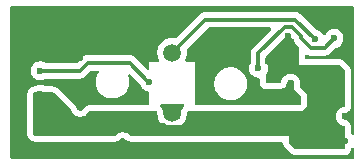
<source format=gbl>
G04 #@! TF.GenerationSoftware,KiCad,Pcbnew,9.0.4*
G04 #@! TF.CreationDate,2025-10-31T22:35:57+03:00*
G04 #@! TF.ProjectId,ECAD_main,45434144-5f6d-4616-996e-2e6b69636164,rev?*
G04 #@! TF.SameCoordinates,Original*
G04 #@! TF.FileFunction,Copper,L2,Bot*
G04 #@! TF.FilePolarity,Positive*
%FSLAX46Y46*%
G04 Gerber Fmt 4.6, Leading zero omitted, Abs format (unit mm)*
G04 Created by KiCad (PCBNEW 9.0.4) date 2025-10-31 22:35:57*
%MOMM*%
%LPD*%
G01*
G04 APERTURE LIST*
G04 #@! TA.AperFunction,ComponentPad*
%ADD10C,1.500000*%
G04 #@! TD*
G04 #@! TA.AperFunction,ViaPad*
%ADD11C,0.600000*%
G04 #@! TD*
G04 #@! TA.AperFunction,Conductor*
%ADD12C,0.300000*%
G04 #@! TD*
G04 APERTURE END LIST*
D10*
G04 #@! TO.P,BL1,1,1*
G04 #@! TO.N,GND*
X147434810Y-107586995D03*
G04 #@! TO.P,BL1,2,2*
G04 #@! TO.N,Net-(BL1-Pad2)*
X147434810Y-102486995D03*
G04 #@! TD*
D11*
G04 #@! TO.N,Net-(BL1-Pad2)*
X159499830Y-101325025D03*
G04 #@! TO.N,OUT*
X145501100Y-104934995D03*
X136280050Y-104013095D03*
G04 #@! TO.N,Net-(C2-Pad1)*
X161147280Y-101275025D03*
X154751100Y-103778425D03*
G04 #@! TO.N,GND*
X139649740Y-102915045D03*
X139650000Y-107100000D03*
X157464720Y-105065685D03*
X162079130Y-107866385D03*
X143251100Y-110007745D03*
X143501100Y-101726305D03*
G04 #@! TO.N,+5*
X136280050Y-106013095D03*
X154251100Y-107861625D03*
X159063380Y-104143255D03*
X157250000Y-108950000D03*
X162079130Y-109977545D03*
X157273500Y-101025165D03*
X155559420Y-103187155D03*
G04 #@! TD*
D12*
G04 #@! TO.N,Net-(BL1-Pad2)*
X150246620Y-99675175D02*
X157849970Y-99675175D01*
X157849970Y-99675175D02*
X159499830Y-101325025D01*
X147434810Y-102486985D02*
X150246620Y-99675175D01*
G04 #@! TO.N,OUT*
X136280050Y-104013095D02*
X139612350Y-104013095D01*
X143832500Y-103334995D02*
X145432500Y-104934995D01*
X139612350Y-104013095D02*
X140290440Y-103334995D01*
X140290440Y-103334995D02*
X143832500Y-103334995D01*
X145432500Y-104934995D02*
X145501100Y-104934995D01*
G04 #@! TO.N,Net-(C2-Pad1)*
X156962850Y-100275165D02*
X157584160Y-100275165D01*
X160347280Y-102075025D02*
X161147280Y-101275025D01*
X158386670Y-101272525D02*
X159189170Y-102075025D01*
X159189170Y-102075025D02*
X160347280Y-102075025D01*
X154751100Y-103778425D02*
X154751100Y-102486915D01*
X154751100Y-102486915D02*
X156962850Y-100275165D01*
X157584160Y-100275165D02*
X158386670Y-101077675D01*
X158386670Y-101272525D02*
X158386670Y-101077675D01*
G04 #@! TO.N,+5*
X146716190Y-108565425D02*
X146937750Y-108786985D01*
X153325740Y-108786985D02*
X154251100Y-107861625D01*
X136158180Y-106013095D02*
X138710520Y-108565425D01*
X146937750Y-108786985D02*
X153325740Y-108786985D01*
X138710520Y-108565425D02*
X146716190Y-108565425D01*
G04 #@! TD*
G04 #@! TA.AperFunction,Conductor*
G04 #@! TO.N,GND*
G36*
X162783379Y-98523780D02*
G01*
X162829134Y-98576584D01*
X162840340Y-98628095D01*
X162840340Y-109307314D01*
X162834101Y-109328559D01*
X162832522Y-109350648D01*
X162824449Y-109361431D01*
X162820655Y-109374353D01*
X162803921Y-109388852D01*
X162790650Y-109406581D01*
X162778029Y-109411288D01*
X162767851Y-109420108D01*
X162745933Y-109423259D01*
X162725186Y-109430998D01*
X162712025Y-109428135D01*
X162698693Y-109430052D01*
X162678549Y-109420852D01*
X162656913Y-109416146D01*
X162639187Y-109402877D01*
X162635137Y-109401027D01*
X162628659Y-109394995D01*
X162620949Y-109387285D01*
X162587464Y-109325962D01*
X162584630Y-109299604D01*
X162584630Y-108784321D01*
X162584629Y-108784319D01*
X162581233Y-108725841D01*
X162581232Y-108725821D01*
X162577909Y-108697305D01*
X162567757Y-108639561D01*
X162515077Y-108505672D01*
X162480502Y-108444956D01*
X162392237Y-108331334D01*
X162392235Y-108331333D01*
X162392235Y-108331332D01*
X162275541Y-108247185D01*
X162275540Y-108247184D01*
X162275534Y-108247180D01*
X162213623Y-108214795D01*
X162077942Y-108166929D01*
X162005061Y-108152431D01*
X161981801Y-108145375D01*
X161950677Y-108132483D01*
X161929239Y-108121024D01*
X161901230Y-108102309D01*
X161882442Y-108086890D01*
X161858625Y-108063074D01*
X161843204Y-108044284D01*
X161824488Y-108016275D01*
X161813031Y-107994840D01*
X161802230Y-107968764D01*
X161800137Y-107963711D01*
X161793084Y-107940460D01*
X161786511Y-107907416D01*
X161784130Y-107883229D01*
X161784130Y-107849538D01*
X161786512Y-107825349D01*
X161793086Y-107792299D01*
X161800136Y-107769059D01*
X161813032Y-107737924D01*
X161824481Y-107716504D01*
X161843209Y-107688475D01*
X161858618Y-107669701D01*
X161882444Y-107645874D01*
X161901218Y-107630465D01*
X161929249Y-107611736D01*
X161950663Y-107600289D01*
X161981804Y-107587390D01*
X162005048Y-107580340D01*
X162077942Y-107565841D01*
X162134678Y-107551089D01*
X162161997Y-107542266D01*
X162216634Y-107521050D01*
X162337673Y-107443262D01*
X162390477Y-107397507D01*
X162484697Y-107288773D01*
X162544468Y-107157896D01*
X162564153Y-107090857D01*
X162564154Y-107090853D01*
X162584630Y-106948437D01*
X162584630Y-104054357D01*
X162581733Y-104000319D01*
X162578899Y-103973960D01*
X162570242Y-103920536D01*
X162519958Y-103785728D01*
X162486472Y-103724406D01*
X162400249Y-103609230D01*
X162400244Y-103609225D01*
X162400238Y-103609218D01*
X161955890Y-103164879D01*
X161955876Y-103164865D01*
X161915612Y-103128699D01*
X161911479Y-103125369D01*
X161894968Y-103112064D01*
X161871786Y-103095348D01*
X161851095Y-103080428D01*
X161753471Y-103035843D01*
X161720221Y-103020658D01*
X161653176Y-103000971D01*
X161605703Y-102994145D01*
X161510759Y-102980495D01*
X161510757Y-102980495D01*
X158794610Y-102980495D01*
X158727571Y-102960810D01*
X158681816Y-102908006D01*
X158670610Y-102856495D01*
X158670610Y-102742870D01*
X158690295Y-102675831D01*
X158743099Y-102630076D01*
X158812257Y-102620132D01*
X158863498Y-102639767D01*
X158881043Y-102651490D01*
X158999426Y-102700526D01*
X158999430Y-102700526D01*
X158999431Y-102700527D01*
X159125098Y-102725525D01*
X159125101Y-102725525D01*
X160411351Y-102725525D01*
X160495895Y-102708707D01*
X160537024Y-102700526D01*
X160655407Y-102651490D01*
X160716469Y-102610690D01*
X160761949Y-102580302D01*
X161250212Y-102092037D01*
X161311532Y-102058555D01*
X161313597Y-102058124D01*
X161380777Y-102044762D01*
X161526459Y-101984419D01*
X161657569Y-101896814D01*
X161769069Y-101785314D01*
X161856674Y-101654204D01*
X161917017Y-101508522D01*
X161947780Y-101353867D01*
X161947780Y-101196183D01*
X161947780Y-101196180D01*
X161947779Y-101196178D01*
X161937698Y-101145496D01*
X161917017Y-101041528D01*
X161868187Y-100923641D01*
X161856677Y-100895852D01*
X161856670Y-100895839D01*
X161769069Y-100764736D01*
X161769066Y-100764732D01*
X161657572Y-100653238D01*
X161657568Y-100653235D01*
X161526465Y-100565634D01*
X161526452Y-100565627D01*
X161380781Y-100505289D01*
X161380769Y-100505286D01*
X161226125Y-100474525D01*
X161226122Y-100474525D01*
X161068438Y-100474525D01*
X161068435Y-100474525D01*
X160913790Y-100505286D01*
X160913778Y-100505289D01*
X160768107Y-100565627D01*
X160768094Y-100565634D01*
X160636991Y-100653235D01*
X160636987Y-100653238D01*
X160525493Y-100764732D01*
X160525490Y-100764736D01*
X160437889Y-100895839D01*
X160437884Y-100895848D01*
X160426372Y-100923641D01*
X160382529Y-100978043D01*
X160316235Y-101000106D01*
X160248536Y-100982825D01*
X160208710Y-100945076D01*
X160121619Y-100814736D01*
X160121616Y-100814732D01*
X160010122Y-100703238D01*
X160010118Y-100703235D01*
X159879015Y-100615634D01*
X159879002Y-100615627D01*
X159733331Y-100555289D01*
X159733321Y-100555286D01*
X159666246Y-100541944D01*
X159604335Y-100509559D01*
X159602804Y-100508055D01*
X158264638Y-99169897D01*
X158264634Y-99169894D01*
X158264632Y-99169892D01*
X158158100Y-99098712D01*
X158158098Y-99098711D01*
X158158097Y-99098710D01*
X158039717Y-99049675D01*
X158039712Y-99049673D01*
X157964035Y-99034620D01*
X157939037Y-99029647D01*
X157914040Y-99024675D01*
X157914039Y-99024675D01*
X150182551Y-99024675D01*
X150182549Y-99024675D01*
X150056943Y-99049659D01*
X150056944Y-99049660D01*
X150056881Y-99049672D01*
X150056872Y-99049675D01*
X149938494Y-99098708D01*
X149831946Y-99169901D01*
X147778291Y-101223556D01*
X147716968Y-101257041D01*
X147671213Y-101258348D01*
X147533234Y-101236495D01*
X147533227Y-101236495D01*
X147336393Y-101236495D01*
X147336388Y-101236495D01*
X147141983Y-101267285D01*
X146954780Y-101328112D01*
X146779404Y-101417471D01*
X146688551Y-101483480D01*
X146620164Y-101533167D01*
X146620162Y-101533169D01*
X146620161Y-101533169D01*
X146480984Y-101672346D01*
X146480984Y-101672347D01*
X146480982Y-101672349D01*
X146431295Y-101740736D01*
X146365286Y-101831589D01*
X146275927Y-102006965D01*
X146215100Y-102194168D01*
X146184310Y-102388572D01*
X146184310Y-102585417D01*
X146215100Y-102779821D01*
X146275927Y-102967024D01*
X146321620Y-103056700D01*
X146334516Y-103125369D01*
X146308240Y-103190110D01*
X146251133Y-103230367D01*
X146211135Y-103236995D01*
X145509810Y-103236995D01*
X145509810Y-103792996D01*
X145490125Y-103860035D01*
X145437321Y-103905790D01*
X145368163Y-103915734D01*
X145304607Y-103886709D01*
X145298129Y-103880677D01*
X144247174Y-102829722D01*
X144247170Y-102829719D01*
X144247169Y-102829718D01*
X144172492Y-102779821D01*
X144140625Y-102758528D01*
X144022247Y-102709495D01*
X144022238Y-102709492D01*
X144022176Y-102709480D01*
X144022176Y-102709479D01*
X143896571Y-102684495D01*
X143896569Y-102684495D01*
X140226371Y-102684495D01*
X140226369Y-102684495D01*
X140100701Y-102709492D01*
X140100695Y-102709494D01*
X140009577Y-102747236D01*
X140009568Y-102747240D01*
X139982313Y-102758530D01*
X139982311Y-102758530D01*
X139982309Y-102758532D01*
X139966072Y-102769381D01*
X139966059Y-102769388D01*
X139927670Y-102795041D01*
X139927669Y-102795041D01*
X139875882Y-102829645D01*
X139875771Y-102829718D01*
X139875767Y-102829721D01*
X139875767Y-102829722D01*
X139394392Y-103311104D01*
X139379220Y-103326276D01*
X139317897Y-103359761D01*
X139291538Y-103362595D01*
X136784985Y-103362595D01*
X136717946Y-103342910D01*
X136716140Y-103341728D01*
X136659229Y-103303701D01*
X136659222Y-103303697D01*
X136513551Y-103243359D01*
X136513539Y-103243356D01*
X136358895Y-103212595D01*
X136358892Y-103212595D01*
X136201208Y-103212595D01*
X136201205Y-103212595D01*
X136046560Y-103243356D01*
X136046548Y-103243359D01*
X135900877Y-103303697D01*
X135900864Y-103303704D01*
X135769761Y-103391305D01*
X135769757Y-103391308D01*
X135658263Y-103502802D01*
X135658260Y-103502806D01*
X135570659Y-103633909D01*
X135570652Y-103633922D01*
X135510314Y-103779593D01*
X135510311Y-103779605D01*
X135479550Y-103934248D01*
X135479550Y-104091941D01*
X135510311Y-104246584D01*
X135510314Y-104246596D01*
X135570652Y-104392267D01*
X135570659Y-104392280D01*
X135658260Y-104523383D01*
X135658263Y-104523387D01*
X135769757Y-104634881D01*
X135769761Y-104634884D01*
X135900864Y-104722485D01*
X135900877Y-104722492D01*
X136020520Y-104772049D01*
X136046553Y-104782832D01*
X136201203Y-104813594D01*
X136201206Y-104813595D01*
X136201208Y-104813595D01*
X136358894Y-104813595D01*
X136358895Y-104813594D01*
X136513547Y-104782832D01*
X136659229Y-104722489D01*
X136716094Y-104684492D01*
X136782771Y-104663615D01*
X136784985Y-104663595D01*
X139676420Y-104663595D01*
X139815124Y-104636004D01*
X139830783Y-104626712D01*
X139879859Y-104606384D01*
X139916439Y-104591232D01*
X139919919Y-104589933D01*
X139920479Y-104589558D01*
X139920481Y-104589558D01*
X140027023Y-104518369D01*
X140523571Y-104021813D01*
X140584893Y-103988329D01*
X140611252Y-103985495D01*
X141126276Y-103985495D01*
X141193315Y-104005180D01*
X141239070Y-104057984D01*
X141249014Y-104127142D01*
X141226595Y-104182379D01*
X141202186Y-104215975D01*
X141102104Y-104412393D01*
X141102103Y-104412396D01*
X141033985Y-104622047D01*
X141005866Y-104799584D01*
X140999500Y-104839778D01*
X140999500Y-105060222D01*
X141013744Y-105150156D01*
X141033985Y-105277952D01*
X141102103Y-105487603D01*
X141102104Y-105487606D01*
X141202187Y-105684025D01*
X141331752Y-105862358D01*
X141331756Y-105862363D01*
X141487636Y-106018243D01*
X141487641Y-106018247D01*
X141643192Y-106131260D01*
X141665978Y-106147815D01*
X141794375Y-106213237D01*
X141862393Y-106247895D01*
X141862396Y-106247896D01*
X141967221Y-106281955D01*
X142072049Y-106316015D01*
X142289778Y-106350500D01*
X142289779Y-106350500D01*
X142510221Y-106350500D01*
X142510222Y-106350500D01*
X142727951Y-106316015D01*
X142937606Y-106247895D01*
X143134022Y-106147815D01*
X143312365Y-106018242D01*
X143468242Y-105862365D01*
X143597815Y-105684022D01*
X143697895Y-105487606D01*
X143766015Y-105277951D01*
X143800500Y-105060222D01*
X143800500Y-104839778D01*
X143766015Y-104622049D01*
X143722402Y-104487819D01*
X143716932Y-104470984D01*
X143714937Y-104401142D01*
X143751018Y-104341310D01*
X143813719Y-104310482D01*
X143883133Y-104318447D01*
X143922544Y-104344985D01*
X144703535Y-105125976D01*
X144730415Y-105166204D01*
X144791704Y-105314171D01*
X144791709Y-105314180D01*
X144879310Y-105445283D01*
X144879313Y-105445287D01*
X144990807Y-105556781D01*
X144990811Y-105556784D01*
X145121914Y-105644385D01*
X145121927Y-105644392D01*
X145217604Y-105684022D01*
X145267603Y-105704732D01*
X145384560Y-105727996D01*
X145410001Y-105733057D01*
X145471912Y-105765442D01*
X145506486Y-105826157D01*
X145509810Y-105854674D01*
X145509810Y-106795565D01*
X145490125Y-106862604D01*
X145437321Y-106908359D01*
X145385810Y-106919565D01*
X140461832Y-106919565D01*
X140439951Y-106921818D01*
X140358801Y-106930177D01*
X140358797Y-106930177D01*
X140358795Y-106930178D01*
X140331833Y-106935791D01*
X140309304Y-106940482D01*
X140210594Y-106971873D01*
X140210593Y-106971873D01*
X140088182Y-107047489D01*
X140034569Y-107092295D01*
X139938420Y-107199335D01*
X139885925Y-107277898D01*
X139870505Y-107296687D01*
X139846693Y-107320499D01*
X139827903Y-107335920D01*
X139799885Y-107354641D01*
X139778446Y-107366100D01*
X139747328Y-107378989D01*
X139724071Y-107386045D01*
X139707340Y-107389373D01*
X139691031Y-107392617D01*
X139666841Y-107395000D01*
X139633159Y-107395000D01*
X139608970Y-107392617D01*
X139575924Y-107386044D01*
X139552667Y-107378988D01*
X139521547Y-107366098D01*
X139500107Y-107354638D01*
X139472099Y-107335923D01*
X139453312Y-107320505D01*
X139429495Y-107296689D01*
X139414072Y-107277897D01*
X139395357Y-107249888D01*
X139383902Y-107228459D01*
X139347286Y-107140057D01*
X139347284Y-107140057D01*
X139331258Y-107101365D01*
X139324118Y-107087706D01*
X139322168Y-107082479D01*
X139322167Y-107082478D01*
X139322165Y-107082471D01*
X139288680Y-107021148D01*
X139202456Y-106905967D01*
X139202451Y-106905962D01*
X139202446Y-106905956D01*
X137811926Y-105515437D01*
X137811911Y-105515422D01*
X137811887Y-105515400D01*
X137771669Y-105479273D01*
X137771657Y-105479263D01*
X137751006Y-105462621D01*
X137707124Y-105430978D01*
X137576250Y-105371208D01*
X137509205Y-105351521D01*
X137447135Y-105342597D01*
X137366788Y-105331045D01*
X137366786Y-105331045D01*
X136737768Y-105331045D01*
X136670729Y-105311360D01*
X136668877Y-105310147D01*
X136659235Y-105303704D01*
X136659222Y-105303697D01*
X136513551Y-105243359D01*
X136513539Y-105243356D01*
X136358895Y-105212595D01*
X136358892Y-105212595D01*
X136201208Y-105212595D01*
X136201205Y-105212595D01*
X136046560Y-105243356D01*
X136046548Y-105243359D01*
X135900877Y-105303697D01*
X135900864Y-105303704D01*
X135891223Y-105310147D01*
X135824546Y-105331025D01*
X135822332Y-105331045D01*
X135804050Y-105331045D01*
X135804041Y-105331045D01*
X135804040Y-105331046D01*
X135696599Y-105342597D01*
X135696587Y-105342599D01*
X135645077Y-105353805D01*
X135542552Y-105387928D01*
X135542546Y-105387931D01*
X135421512Y-105465716D01*
X135421501Y-105465724D01*
X135368709Y-105511468D01*
X135274483Y-105620209D01*
X135274480Y-105620213D01*
X135214714Y-105751079D01*
X135195026Y-105818127D01*
X135174550Y-105960546D01*
X135174550Y-109379612D01*
X135186102Y-109487054D01*
X135186104Y-109487064D01*
X135197310Y-109538575D01*
X135231437Y-109641111D01*
X135231438Y-109641113D01*
X135309225Y-109762148D01*
X135309228Y-109762152D01*
X135354983Y-109814955D01*
X135463714Y-109909171D01*
X135594591Y-109968942D01*
X135661630Y-109988627D01*
X135661634Y-109988628D01*
X135804050Y-110009104D01*
X142571799Y-110009101D01*
X142571805Y-110009101D01*
X142581951Y-110008556D01*
X142625843Y-110006204D01*
X142625851Y-110006203D01*
X142625853Y-110006203D01*
X142625854Y-110006203D01*
X142632847Y-110005450D01*
X142652201Y-110003370D01*
X142652211Y-110003368D01*
X142652214Y-110003368D01*
X142661813Y-110001812D01*
X142705613Y-109994715D01*
X142840422Y-109944433D01*
X142901745Y-109910948D01*
X142901747Y-109910947D01*
X143016929Y-109824722D01*
X143059328Y-109782321D01*
X143064753Y-109777993D01*
X143066590Y-109777242D01*
X143073194Y-109771822D01*
X143101213Y-109753100D01*
X143122636Y-109741648D01*
X143153775Y-109728751D01*
X143177018Y-109721700D01*
X143210070Y-109715126D01*
X143234254Y-109712745D01*
X143267942Y-109712745D01*
X143292127Y-109715126D01*
X143325179Y-109721701D01*
X143348425Y-109728751D01*
X143379558Y-109741647D01*
X143400990Y-109753104D01*
X143428998Y-109771819D01*
X143447786Y-109787238D01*
X143485259Y-109824711D01*
X143485294Y-109824743D01*
X143525536Y-109860890D01*
X143546181Y-109877526D01*
X143571885Y-109896061D01*
X143590060Y-109909167D01*
X143720937Y-109968938D01*
X143787976Y-109988623D01*
X143787980Y-109988624D01*
X143930396Y-110009100D01*
X156710914Y-110009095D01*
X156777953Y-110028780D01*
X156823708Y-110081583D01*
X156834203Y-110119836D01*
X156837200Y-110147707D01*
X156837202Y-110147724D01*
X156845855Y-110201120D01*
X156845855Y-110201122D01*
X156896136Y-110335927D01*
X156896138Y-110335932D01*
X156929623Y-110397255D01*
X157015847Y-110512436D01*
X157015851Y-110512440D01*
X157015856Y-110512446D01*
X157483984Y-110980574D01*
X157483993Y-110980582D01*
X157483998Y-110980587D01*
X157524254Y-111016748D01*
X157544898Y-111033384D01*
X157544905Y-111033389D01*
X157544904Y-111033389D01*
X157582362Y-111060399D01*
X157588798Y-111065040D01*
X157719678Y-111124807D01*
X157786717Y-111144490D01*
X157786722Y-111144490D01*
X157786723Y-111144491D01*
X157801998Y-111146686D01*
X157929133Y-111164964D01*
X161955142Y-111164887D01*
X162062592Y-111153333D01*
X162114101Y-111142127D01*
X162216634Y-111108000D01*
X162332730Y-111033389D01*
X162337667Y-111030216D01*
X162337667Y-111030215D01*
X162337673Y-111030212D01*
X162390477Y-110984457D01*
X162484697Y-110875723D01*
X162544468Y-110744846D01*
X162564153Y-110677807D01*
X162564154Y-110677803D01*
X162567213Y-110656518D01*
X162576411Y-110636375D01*
X162581120Y-110614734D01*
X162594384Y-110597014D01*
X162596234Y-110592965D01*
X162602244Y-110586508D01*
X162628662Y-110560090D01*
X162689984Y-110526608D01*
X162759676Y-110531594D01*
X162815609Y-110573466D01*
X162840024Y-110638931D01*
X162840340Y-110647775D01*
X162840340Y-111379095D01*
X162820655Y-111446134D01*
X162767851Y-111491889D01*
X162716340Y-111503095D01*
X133875600Y-111503103D01*
X133808561Y-111483418D01*
X133762806Y-111430614D01*
X133751600Y-111379103D01*
X133751600Y-98628103D01*
X133771285Y-98561064D01*
X133824089Y-98515309D01*
X133875595Y-98504103D01*
X162716341Y-98504095D01*
X162783379Y-98523780D01*
G37*
G04 #@! TD.AperFunction*
G04 #@! TA.AperFunction,Conductor*
G36*
X148412063Y-106856680D02*
G01*
X148457818Y-106909484D01*
X148467762Y-106978642D01*
X148438737Y-107042198D01*
X148426227Y-107054708D01*
X148384509Y-107090857D01*
X148373963Y-107099995D01*
X148339249Y-107140057D01*
X148279743Y-107208729D01*
X148279740Y-107208733D01*
X148219974Y-107339599D01*
X148200286Y-107406647D01*
X148195022Y-107443262D01*
X148179812Y-107549055D01*
X148179810Y-107549066D01*
X148179810Y-107635876D01*
X148178283Y-107655275D01*
X148162993Y-107751805D01*
X148158451Y-107770724D01*
X148128242Y-107863698D01*
X148120796Y-107881675D01*
X148076422Y-107968764D01*
X148066255Y-107985355D01*
X148008798Y-108064437D01*
X147996163Y-108079230D01*
X147975230Y-108100164D01*
X147913908Y-108133651D01*
X147887547Y-108136485D01*
X147258558Y-108136485D01*
X147191519Y-108116800D01*
X147170876Y-108100165D01*
X147130863Y-108060152D01*
X147130863Y-108060151D01*
X147107112Y-108044281D01*
X147024317Y-107988960D01*
X146905934Y-107939924D01*
X146905928Y-107939922D01*
X146827763Y-107924374D01*
X146816411Y-107918436D01*
X146803686Y-107916976D01*
X146786047Y-107902552D01*
X146765852Y-107891989D01*
X146758243Y-107879818D01*
X146749597Y-107872748D01*
X146734025Y-107841078D01*
X146711166Y-107770724D01*
X146706627Y-107751819D01*
X146691336Y-107655266D01*
X146689810Y-107635870D01*
X146689810Y-107549075D01*
X146689810Y-107549065D01*
X146678257Y-107441609D01*
X146667051Y-107390098D01*
X146655249Y-107354638D01*
X146632926Y-107287567D01*
X146632923Y-107287561D01*
X146602187Y-107239735D01*
X146555135Y-107166522D01*
X146532203Y-107140057D01*
X146509384Y-107113722D01*
X146509381Y-107113719D01*
X146441279Y-107054707D01*
X146403505Y-106995929D01*
X146403505Y-106926059D01*
X146441280Y-106867281D01*
X146504836Y-106838257D01*
X146522482Y-106836995D01*
X148345024Y-106836995D01*
X148412063Y-106856680D01*
G37*
G04 #@! TD.AperFunction*
G04 #@! TA.AperFunction,Conductor*
G36*
X155760071Y-100345360D02*
G01*
X155805826Y-100398164D01*
X155815770Y-100467322D01*
X155786745Y-100530878D01*
X155780713Y-100537356D01*
X154245827Y-102072240D01*
X154245826Y-102072241D01*
X154174634Y-102178789D01*
X154125599Y-102297170D01*
X154125597Y-102297176D01*
X154100600Y-102422843D01*
X154100600Y-103273489D01*
X154080915Y-103340528D01*
X154079703Y-103342379D01*
X154041708Y-103399242D01*
X154041702Y-103399253D01*
X153981364Y-103544923D01*
X153981361Y-103544935D01*
X153950600Y-103699578D01*
X153950600Y-103857271D01*
X153981361Y-104011914D01*
X153981364Y-104011926D01*
X154041702Y-104157597D01*
X154041709Y-104157610D01*
X154129310Y-104288713D01*
X154129313Y-104288717D01*
X154240807Y-104400211D01*
X154240811Y-104400214D01*
X154371914Y-104487815D01*
X154371927Y-104487822D01*
X154457783Y-104523384D01*
X154517603Y-104548162D01*
X154657488Y-104575987D01*
X154672253Y-104578924D01*
X154672256Y-104578925D01*
X154720710Y-104578925D01*
X154787749Y-104598610D01*
X154833504Y-104651414D01*
X154844710Y-104702925D01*
X154844710Y-104941685D01*
X154844711Y-104941694D01*
X154856262Y-105049135D01*
X154856264Y-105049147D01*
X154867470Y-105100657D01*
X154901593Y-105203182D01*
X154901596Y-105203188D01*
X154979381Y-105324222D01*
X154979389Y-105324233D01*
X155025133Y-105377025D01*
X155025136Y-105377028D01*
X155025140Y-105377032D01*
X155133874Y-105471252D01*
X155133877Y-105471253D01*
X155133878Y-105471254D01*
X155221947Y-105511475D01*
X155264751Y-105531023D01*
X155331790Y-105550708D01*
X155331794Y-105550709D01*
X155474210Y-105571185D01*
X155474213Y-105571185D01*
X156546784Y-105571185D01*
X156546784Y-105571184D01*
X156605284Y-105567787D01*
X156633800Y-105564464D01*
X156691544Y-105554312D01*
X156825433Y-105501632D01*
X156886149Y-105467057D01*
X156999771Y-105378792D01*
X157083925Y-105262089D01*
X157116310Y-105200178D01*
X157164176Y-105064497D01*
X157178674Y-104991609D01*
X157185729Y-104968351D01*
X157198620Y-104937228D01*
X157210078Y-104915794D01*
X157210080Y-104915791D01*
X157228796Y-104887781D01*
X157244208Y-104869001D01*
X157268034Y-104845174D01*
X157286818Y-104829759D01*
X157314831Y-104811041D01*
X157336265Y-104799585D01*
X157367388Y-104786693D01*
X157390638Y-104779640D01*
X157423690Y-104773066D01*
X157447874Y-104770685D01*
X157481562Y-104770685D01*
X157505747Y-104773066D01*
X157538799Y-104779641D01*
X157562045Y-104786691D01*
X157593178Y-104799587D01*
X157614610Y-104811044D01*
X157642618Y-104829759D01*
X157661405Y-104845177D01*
X157685222Y-104868993D01*
X157700645Y-104887785D01*
X157719358Y-104915791D01*
X157730818Y-104937231D01*
X157743709Y-104968354D01*
X157750764Y-104991609D01*
X157757337Y-105024654D01*
X157759720Y-105048844D01*
X157759720Y-105082530D01*
X157757337Y-105106721D01*
X157745589Y-105165778D01*
X157745588Y-105165789D01*
X157735895Y-105268911D01*
X157736345Y-105319467D01*
X157747876Y-105422399D01*
X157798153Y-105557201D01*
X157798157Y-105557211D01*
X157830567Y-105616568D01*
X157831341Y-105618048D01*
X157831639Y-105618530D01*
X157831642Y-105618536D01*
X157917370Y-105733057D01*
X157917862Y-105733714D01*
X157917863Y-105733716D01*
X157917865Y-105733718D01*
X158344012Y-106159870D01*
X158377496Y-106221193D01*
X158380330Y-106247550D01*
X158380330Y-106759302D01*
X158371685Y-106788741D01*
X158365163Y-106818727D01*
X158361407Y-106823743D01*
X158360645Y-106826341D01*
X158344012Y-106846982D01*
X158307750Y-106883245D01*
X158246428Y-106916731D01*
X158220068Y-106919565D01*
X149483810Y-106919565D01*
X149416771Y-106899880D01*
X149371016Y-106847076D01*
X149359810Y-106795565D01*
X149359810Y-104989778D01*
X150999500Y-104989778D01*
X150999500Y-105210222D01*
X151008796Y-105268916D01*
X151033985Y-105427952D01*
X151102103Y-105637603D01*
X151102104Y-105637606D01*
X151202187Y-105834025D01*
X151331752Y-106012358D01*
X151331756Y-106012363D01*
X151487636Y-106168243D01*
X151487641Y-106168247D01*
X151597270Y-106247896D01*
X151665978Y-106297815D01*
X151769377Y-106350500D01*
X151862393Y-106397895D01*
X151862396Y-106397896D01*
X151967221Y-106431955D01*
X152072049Y-106466015D01*
X152289778Y-106500500D01*
X152289779Y-106500500D01*
X152510221Y-106500500D01*
X152510222Y-106500500D01*
X152727951Y-106466015D01*
X152937606Y-106397895D01*
X153134022Y-106297815D01*
X153312365Y-106168242D01*
X153468242Y-106012365D01*
X153597815Y-105834022D01*
X153697895Y-105637606D01*
X153766015Y-105427951D01*
X153800500Y-105210222D01*
X153800500Y-104989778D01*
X153766015Y-104772049D01*
X153717277Y-104622047D01*
X153697896Y-104562396D01*
X153697895Y-104562393D01*
X153621465Y-104412394D01*
X153597815Y-104365978D01*
X153541679Y-104288713D01*
X153468247Y-104187641D01*
X153468243Y-104187636D01*
X153312363Y-104031756D01*
X153312358Y-104031752D01*
X153134025Y-103902187D01*
X153134024Y-103902186D01*
X153134022Y-103902185D01*
X153051299Y-103860035D01*
X152937606Y-103802104D01*
X152937603Y-103802103D01*
X152727952Y-103733985D01*
X152619086Y-103716742D01*
X152510222Y-103699500D01*
X152289778Y-103699500D01*
X152217201Y-103710995D01*
X152072047Y-103733985D01*
X151862396Y-103802103D01*
X151862393Y-103802104D01*
X151665974Y-103902187D01*
X151487641Y-104031752D01*
X151487636Y-104031756D01*
X151331756Y-104187636D01*
X151331752Y-104187641D01*
X151202187Y-104365974D01*
X151102104Y-104562393D01*
X151102103Y-104562396D01*
X151033985Y-104772047D01*
X151007823Y-104937230D01*
X150999500Y-104989778D01*
X149359810Y-104989778D01*
X149359810Y-103236995D01*
X148658485Y-103236995D01*
X148591446Y-103217310D01*
X148545691Y-103164506D01*
X148535747Y-103095348D01*
X148548000Y-103056700D01*
X148593692Y-102967024D01*
X148593692Y-102967023D01*
X148593694Y-102967020D01*
X148654519Y-102779821D01*
X148657891Y-102758530D01*
X148685310Y-102585417D01*
X148685310Y-102388573D01*
X148673922Y-102316677D01*
X148663452Y-102250572D01*
X148672406Y-102181281D01*
X148698241Y-102143498D01*
X150479747Y-100361994D01*
X150541070Y-100328509D01*
X150567428Y-100325675D01*
X155693032Y-100325675D01*
X155760071Y-100345360D01*
G37*
G04 #@! TD.AperFunction*
G04 #@! TD*
G04 #@! TA.AperFunction,Conductor*
G04 #@! TO.N,+5*
G36*
X157316839Y-100943636D02*
G01*
X157361186Y-100972137D01*
X157712185Y-101323136D01*
X157721245Y-101339729D01*
X157734376Y-101353335D01*
X157744788Y-101382844D01*
X157745670Y-101384459D01*
X157746119Y-101386616D01*
X157746120Y-101386618D01*
X157749551Y-101403861D01*
X157749552Y-101403869D01*
X157761167Y-101462261D01*
X157761169Y-101462269D01*
X157810204Y-101580650D01*
X157881396Y-101687198D01*
X157881397Y-101687199D01*
X158128791Y-101934592D01*
X158162276Y-101995915D01*
X158165110Y-102022273D01*
X158165110Y-102028385D01*
X158165110Y-102451185D01*
X158165110Y-103485995D01*
X160829130Y-103485995D01*
X161510759Y-103485995D01*
X161577798Y-103505680D01*
X161598437Y-103522311D01*
X162042810Y-103966676D01*
X162076296Y-104027998D01*
X162079130Y-104054357D01*
X162079130Y-106948437D01*
X162059445Y-107015476D01*
X162006641Y-107061231D01*
X161979322Y-107070054D01*
X161845638Y-107096646D01*
X161845628Y-107096649D01*
X161699957Y-107156987D01*
X161699944Y-107156994D01*
X161568841Y-107244595D01*
X161568837Y-107244598D01*
X161457343Y-107356092D01*
X161457340Y-107356096D01*
X161369739Y-107487199D01*
X161369732Y-107487212D01*
X161309394Y-107632883D01*
X161309391Y-107632895D01*
X161278630Y-107787538D01*
X161278630Y-107945231D01*
X161309391Y-108099874D01*
X161309394Y-108099886D01*
X161369732Y-108245557D01*
X161369739Y-108245570D01*
X161457340Y-108376673D01*
X161457343Y-108376677D01*
X161568837Y-108488171D01*
X161568841Y-108488174D01*
X161699944Y-108575775D01*
X161699957Y-108575782D01*
X161845628Y-108636120D01*
X161845633Y-108636122D01*
X161897260Y-108646391D01*
X161979321Y-108662715D01*
X162041232Y-108695100D01*
X162075807Y-108755816D01*
X162079130Y-108784332D01*
X162079130Y-110535387D01*
X162059445Y-110602426D01*
X162006641Y-110648181D01*
X161955132Y-110659387D01*
X157929123Y-110659464D01*
X157862084Y-110639781D01*
X157841440Y-110623145D01*
X157373289Y-110154994D01*
X157339804Y-110093671D01*
X157336970Y-110067313D01*
X157336970Y-109503595D01*
X143930396Y-109503600D01*
X143863357Y-109483915D01*
X143842715Y-109467281D01*
X143761392Y-109385958D01*
X143761388Y-109385955D01*
X143630285Y-109298354D01*
X143630272Y-109298347D01*
X143484601Y-109238009D01*
X143484589Y-109238006D01*
X143329945Y-109207245D01*
X143329942Y-109207245D01*
X143172258Y-109207245D01*
X143172255Y-109207245D01*
X143017610Y-109238006D01*
X143017598Y-109238009D01*
X142871927Y-109298347D01*
X142871914Y-109298354D01*
X142740811Y-109385955D01*
X142740807Y-109385958D01*
X142659484Y-109467282D01*
X142598161Y-109500767D01*
X142571803Y-109503601D01*
X135804050Y-109503604D01*
X135737011Y-109483919D01*
X135691256Y-109431116D01*
X135680050Y-109379604D01*
X135680050Y-105960545D01*
X135699735Y-105893506D01*
X135752539Y-105847751D01*
X135804050Y-105836545D01*
X137366788Y-105836545D01*
X137433827Y-105856230D01*
X137454469Y-105872864D01*
X138845014Y-107263409D01*
X138878499Y-107324732D01*
X138878950Y-107326898D01*
X138880261Y-107333491D01*
X138880264Y-107333501D01*
X138940602Y-107479172D01*
X138940609Y-107479185D01*
X139028210Y-107610288D01*
X139028213Y-107610292D01*
X139139707Y-107721786D01*
X139139711Y-107721789D01*
X139270814Y-107809390D01*
X139270827Y-107809397D01*
X139416498Y-107869735D01*
X139416503Y-107869737D01*
X139571153Y-107900499D01*
X139571156Y-107900500D01*
X139571158Y-107900500D01*
X139728844Y-107900500D01*
X139728845Y-107900499D01*
X139883497Y-107869737D01*
X140029179Y-107809394D01*
X140160289Y-107721789D01*
X140271789Y-107610289D01*
X140312698Y-107549065D01*
X140358730Y-107480174D01*
X140412342Y-107435369D01*
X140461832Y-107425065D01*
X146060310Y-107425065D01*
X146127349Y-107444750D01*
X146173104Y-107497554D01*
X146184310Y-107549065D01*
X146184310Y-107685417D01*
X146215100Y-107879821D01*
X146275927Y-108067024D01*
X146365286Y-108242400D01*
X146480982Y-108401641D01*
X146620164Y-108540823D01*
X146779405Y-108656519D01*
X146799750Y-108666885D01*
X146954780Y-108745877D01*
X146954782Y-108745877D01*
X146954785Y-108745879D01*
X147055127Y-108778482D01*
X147141983Y-108806704D01*
X147336388Y-108837495D01*
X147336393Y-108837495D01*
X147533232Y-108837495D01*
X147727636Y-108806704D01*
X147914835Y-108745879D01*
X148090215Y-108656519D01*
X148249456Y-108540823D01*
X148388638Y-108401641D01*
X148504334Y-108242400D01*
X148593694Y-108067020D01*
X148654519Y-107879821D01*
X148665673Y-107809397D01*
X148685310Y-107685417D01*
X148685310Y-107549065D01*
X148704995Y-107482026D01*
X148757799Y-107436271D01*
X148809310Y-107425065D01*
X158480821Y-107425065D01*
X158480820Y-107425064D01*
X158885830Y-107020045D01*
X158885830Y-105986805D01*
X158275310Y-105376278D01*
X158241826Y-105314954D01*
X158241375Y-105264406D01*
X158265219Y-105144531D01*
X158265220Y-105144529D01*
X158265220Y-104986840D01*
X158265219Y-104986838D01*
X158256237Y-104941685D01*
X158234457Y-104832188D01*
X158189019Y-104722489D01*
X158174117Y-104686512D01*
X158174110Y-104686499D01*
X158086509Y-104555396D01*
X158086506Y-104555392D01*
X157975012Y-104443898D01*
X157975008Y-104443895D01*
X157843905Y-104356294D01*
X157843892Y-104356287D01*
X157698221Y-104295949D01*
X157698209Y-104295946D01*
X157543565Y-104265185D01*
X157543562Y-104265185D01*
X157385878Y-104265185D01*
X157385875Y-104265185D01*
X157231230Y-104295946D01*
X157231218Y-104295949D01*
X157085547Y-104356287D01*
X157085534Y-104356294D01*
X156954431Y-104443895D01*
X156954427Y-104443898D01*
X156842933Y-104555392D01*
X156842930Y-104555396D01*
X156755329Y-104686499D01*
X156755322Y-104686512D01*
X156694984Y-104832183D01*
X156694981Y-104832195D01*
X156668390Y-104965876D01*
X156636005Y-105027787D01*
X156575289Y-105062362D01*
X156546773Y-105065685D01*
X155474210Y-105065685D01*
X155407171Y-105046000D01*
X155361416Y-104993196D01*
X155350210Y-104941685D01*
X155350210Y-104360270D01*
X155369895Y-104293231D01*
X155371108Y-104291379D01*
X155372889Y-104288714D01*
X155460494Y-104157604D01*
X155520837Y-104011922D01*
X155551600Y-103857267D01*
X155551600Y-103699583D01*
X155551600Y-103699580D01*
X155551599Y-103699578D01*
X155520838Y-103544935D01*
X155520837Y-103544928D01*
X155460494Y-103399246D01*
X155422496Y-103342378D01*
X155401620Y-103275701D01*
X155401600Y-103273489D01*
X155401600Y-102807723D01*
X155421285Y-102740684D01*
X155437919Y-102720042D01*
X157185824Y-100972137D01*
X157247147Y-100938652D01*
X157316839Y-100943636D01*
G37*
G04 #@! TD.AperFunction*
G04 #@! TD*
M02*

</source>
